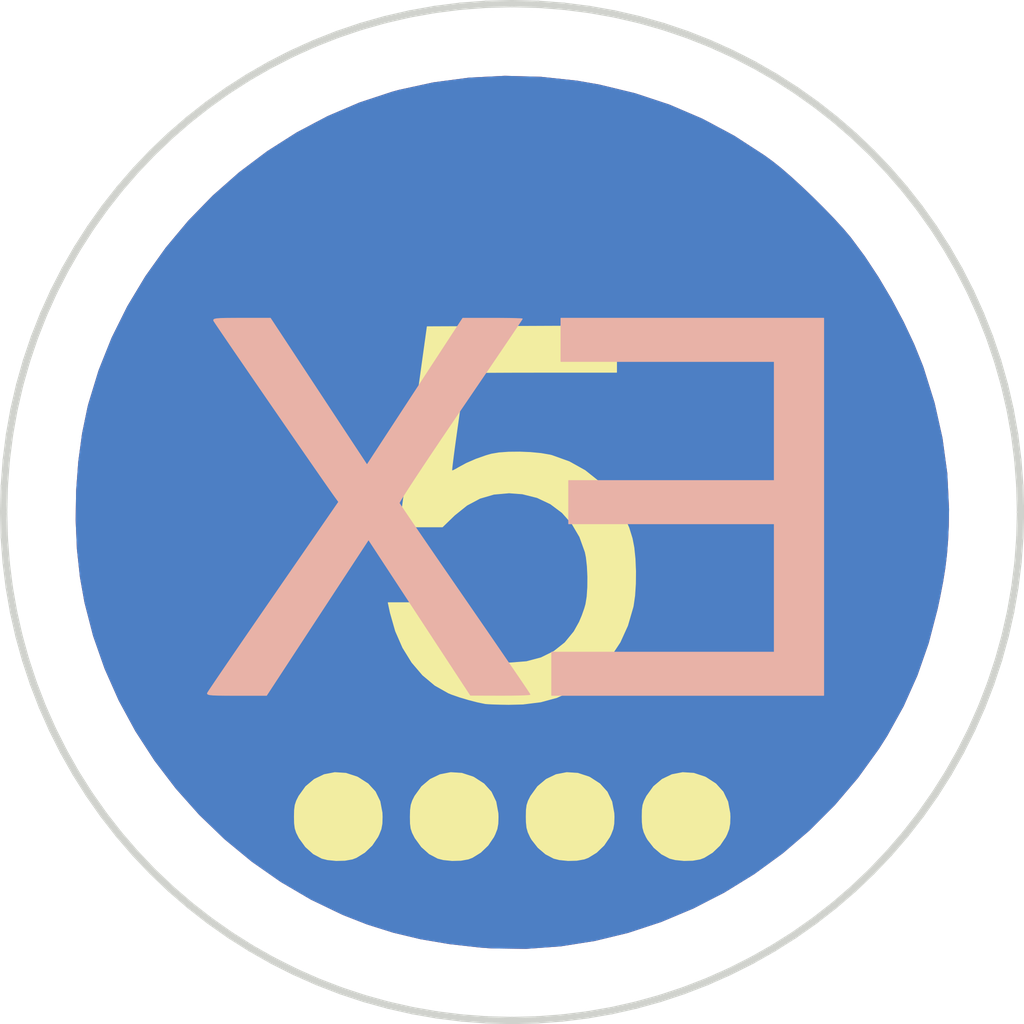
<source format=kicad_pcb>
(kicad_pcb (version 20171130) (host pcbnew 5.1.5+dfsg1-2build2)

  (general
    (thickness 1.6)
    (drawings 130)
    (tracks 0)
    (zones 0)
    (modules 4)
    (nets 1)
  )

  (page A4)
  (layers
    (0 F.Cu signal)
    (31 B.Cu signal)
    (32 B.Adhes user)
    (33 F.Adhes user)
    (34 B.Paste user)
    (35 F.Paste user)
    (36 B.SilkS user)
    (37 F.SilkS user)
    (38 B.Mask user)
    (39 F.Mask user)
    (40 Dwgs.User user)
    (41 Cmts.User user)
    (42 Eco1.User user)
    (43 Eco2.User user)
    (44 Edge.Cuts user)
    (45 Margin user)
    (46 B.CrtYd user)
    (47 F.CrtYd user)
    (48 B.Fab user)
    (49 F.Fab user)
  )

  (setup
    (last_trace_width 0.25)
    (trace_clearance 0.2)
    (zone_clearance 0.508)
    (zone_45_only no)
    (trace_min 0.2)
    (via_size 0.6)
    (via_drill 0.4)
    (via_min_size 0.4)
    (via_min_drill 0.3)
    (uvia_size 0.3)
    (uvia_drill 0.1)
    (uvias_allowed no)
    (uvia_min_size 0.2)
    (uvia_min_drill 0.1)
    (edge_width 0.15)
    (segment_width 0.2)
    (pcb_text_width 0.3)
    (pcb_text_size 1.5 1.5)
    (mod_edge_width 0.15)
    (mod_text_size 1 1)
    (mod_text_width 0.15)
    (pad_size 1.524 1.524)
    (pad_drill 0.762)
    (pad_to_mask_clearance 0.2)
    (aux_axis_origin 0 0)
    (visible_elements FFFFFF7F)
    (pcbplotparams
      (layerselection 0x010f0_ffffffff)
      (usegerberextensions false)
      (usegerberattributes false)
      (usegerberadvancedattributes false)
      (creategerberjobfile false)
      (excludeedgelayer true)
      (linewidth 0.100000)
      (plotframeref false)
      (viasonmask false)
      (mode 1)
      (useauxorigin false)
      (hpglpennumber 1)
      (hpglpenspeed 20)
      (hpglpendiameter 15.000000)
      (psnegative false)
      (psa4output false)
      (plotreference true)
      (plotvalue true)
      (plotinvisibletext false)
      (padsonsilk false)
      (subtractmaskfromsilk false)
      (outputformat 1)
      (mirror false)
      (drillshape 0)
      (scaleselection 1)
      (outputdirectory "gerbers/"))
  )

  (net 0 "")

  (net_class Default "This is the default net class."
    (clearance 0.2)
    (trace_width 0.25)
    (via_dia 0.6)
    (via_drill 0.4)
    (uvia_dia 0.3)
    (uvia_drill 0.1)
  )

  (module LOGO (layer F.Cu) (tedit 0) (tstamp 0)
    (at 0 0)
    (fp_text reference G*** (at 0 0) (layer F.SilkS) hide
      (effects (font (size 1.524 1.524) (thickness 0.3)))
    )
    (fp_text value LOGO (at 0.75 0) (layer F.SilkS) hide
      (effects (font (size 1.524 1.524) (thickness 0.3)))
    )
    (fp_poly (pts (xy -0.653666 -7.004494) (xy -0.162131 -6.951857) (xy 0.140773 -6.899218) (xy 0.632356 -6.7803)
      (xy 1.103543 -6.624376) (xy 1.555081 -6.431115) (xy 1.987714 -6.200188) (xy 2.402189 -5.931265)
      (xy 2.517121 -5.847596) (xy 2.632039 -5.756094) (xy 2.766843 -5.639358) (xy 2.91418 -5.504559)
      (xy 3.066697 -5.35887) (xy 3.217042 -5.209461) (xy 3.357863 -5.063506) (xy 3.481806 -4.928175)
      (xy 3.581519 -4.810642) (xy 3.586157 -4.804833) (xy 3.775778 -4.549418) (xy 3.963274 -4.26484)
      (xy 4.142561 -3.96199) (xy 4.307555 -3.65176) (xy 4.45217 -3.345041) (xy 4.570323 -3.052724)
      (xy 4.580125 -3.025609) (xy 4.730615 -2.544491) (xy 4.838822 -2.061537) (xy 4.904741 -1.576771)
      (xy 4.928369 -1.090217) (xy 4.924731 -0.85725) (xy 4.914848 -0.654055) (xy 4.89975 -0.467549)
      (xy 4.8778 -0.285602) (xy 4.847362 -0.096088) (xy 4.806797 0.113122) (xy 4.771477 0.277882)
      (xy 4.649815 0.744356) (xy 4.495622 1.186067) (xy 4.307054 1.607414) (xy 4.082268 2.012792)
      (xy 3.971125 2.187669) (xy 3.683055 2.587251) (xy 3.365904 2.959808) (xy 3.022156 3.3041)
      (xy 2.654298 3.618885) (xy 2.264815 3.902924) (xy 1.856194 4.154977) (xy 1.43092 4.373801)
      (xy 0.991479 4.558158) (xy 0.540358 4.706807) (xy 0.080041 4.818506) (xy -0.386985 4.892017)
      (xy -0.858235 4.926097) (xy -1.331223 4.919508) (xy -1.481666 4.908682) (xy -1.907703 4.861149)
      (xy -2.303099 4.79385) (xy -2.675558 4.704961) (xy -3.032785 4.592656) (xy -3.364929 4.462672)
      (xy -3.800305 4.253803) (xy -4.216549 4.009815) (xy -4.611722 3.733205) (xy -4.983884 3.426467)
      (xy -5.331093 3.092095) (xy -5.65141 2.732584) (xy -5.942893 2.350428) (xy -6.203602 1.948123)
      (xy -6.431597 1.528164) (xy -6.624937 1.093044) (xy -6.781682 0.645258) (xy -6.899891 0.187301)
      (xy -6.962158 -0.161807) (xy -7.003273 -0.542992) (xy -7.020364 -0.940226) (xy -7.013929 -1.343269)
      (xy -6.984464 -1.741884) (xy -6.932467 -2.12583) (xy -6.858435 -2.48487) (xy -6.847158 -2.529416)
      (xy -6.706761 -2.989062) (xy -6.52836 -3.435037) (xy -6.314157 -3.865115) (xy -6.066356 -4.277068)
      (xy -5.787161 -4.668668) (xy -5.478776 -5.037688) (xy -5.143404 -5.3819) (xy -4.78325 -5.699076)
      (xy -4.400517 -5.986988) (xy -3.997409 -6.24341) (xy -3.576129 -6.466113) (xy -3.138882 -6.652869)
      (xy -2.687871 -6.801451) (xy -2.596289 -6.82637) (xy -2.124388 -6.92893) (xy -1.639908 -6.992895)
      (xy -1.147963 -7.018128) (xy -0.653666 -7.004494)) (layer B.Cu) (width 0.01))
  )

  (module LOGO (layer F.Cu) (tedit 0) (tstamp 0)
    (at 0 0)
    (fp_text reference G*** (at 0 0) (layer F.SilkS) hide
      (effects (font (size 1.524 1.524) (thickness 0.3)))
    )
    (fp_text value LOGO (at 0.75 0) (layer F.SilkS) hide
      (effects (font (size 1.524 1.524) (thickness 0.3)))
    )
    (fp_poly (pts (xy -3.881803 -2.979208) (xy -3.769704 -2.808904) (xy -3.657291 -2.638166) (xy -3.548422 -2.472849)
      (xy -3.446952 -2.318808) (xy -3.356738 -2.181898) (xy -3.281638 -2.067975) (xy -3.225508 -1.982891)
      (xy -3.22047 -1.975261) (xy -3.036258 -1.696272) (xy -2.380671 -2.699967) (xy -1.725083 -3.703662)
      (xy -1.317625 -3.703914) (xy -1.191524 -3.703534) (xy -1.081289 -3.702326) (xy -0.993379 -3.700434)
      (xy -0.934253 -3.698) (xy -0.910368 -3.695168) (xy -0.910166 -3.694875) (xy -0.921789 -3.676298)
      (xy -0.955391 -3.625566) (xy -1.009077 -3.545482) (xy -1.080949 -3.438849) (xy -1.16911 -3.308469)
      (xy -1.271664 -3.157144) (xy -1.386713 -2.987679) (xy -1.512361 -2.802874) (xy -1.64671 -2.605532)
      (xy -1.757771 -2.442584) (xy -1.8976 -2.236953) (xy -2.029951 -2.041207) (xy -2.152944 -1.858193)
      (xy -2.264703 -1.690758) (xy -2.363351 -1.541749) (xy -2.447009 -1.414012) (xy -2.513799 -1.310396)
      (xy -2.561846 -1.233746) (xy -2.58927 -1.186909) (xy -2.595131 -1.172887) (xy -2.581718 -1.151526)
      (xy -2.546135 -1.098124) (xy -2.490285 -1.015466) (xy -2.41607 -0.906333) (xy -2.325393 -0.773508)
      (xy -2.220156 -0.619775) (xy -2.102261 -0.447915) (xy -1.973612 -0.260713) (xy -1.83611 -0.06095)
      (xy -1.69461 0.144313) (xy -1.550586 0.353251) (xy -1.413787 0.552038) (xy -1.286086 0.737931)
      (xy -1.169357 0.908185) (xy -1.065473 1.060057) (xy -0.97631 1.190805) (xy -0.90374 1.297683)
      (xy -0.849638 1.37795) (xy -0.815878 1.428861) (xy -0.804333 1.447658) (xy -0.824422 1.451581)
      (xy -0.880385 1.454914) (xy -0.965762 1.457468) (xy -1.074095 1.459056) (xy -1.198925 1.459492)
      (xy -1.211791 1.459466) (xy -1.61925 1.458432) (xy -2.317326 0.393258) (xy -3.015403 -0.671916)
      (xy -3.280695 -0.267166) (xy -3.357757 -0.149561) (xy -3.452895 -0.004318) (xy -3.561008 0.160773)
      (xy -3.676997 0.337925) (xy -3.795763 0.519349) (xy -3.912204 0.697255) (xy -3.978813 0.799042)
      (xy -4.41164 1.4605) (xy -4.822168 1.4605) (xy -4.964681 1.460147) (xy -5.069988 1.458812)
      (xy -5.143212 1.456084) (xy -5.189477 1.451551) (xy -5.213907 1.444802) (xy -5.221624 1.435425)
      (xy -5.220417 1.428503) (xy -5.206664 1.406274) (xy -5.170735 1.352024) (xy -5.114537 1.268548)
      (xy -5.039978 1.158639) (xy -4.948966 1.025093) (xy -4.843407 0.870703) (xy -4.72521 0.698263)
      (xy -4.596281 0.510568) (xy -4.45853 0.310412) (xy -4.315997 0.103682) (xy -3.423854 -1.189142)
      (xy -3.465009 -1.245446) (xy -3.498038 -1.291618) (xy -3.550638 -1.366402) (xy -3.620429 -1.466342)
      (xy -3.705031 -1.587982) (xy -3.802064 -1.727866) (xy -3.909147 -1.882539) (xy -4.023902 -2.048545)
      (xy -4.143948 -2.222428) (xy -4.266906 -2.400733) (xy -4.390394 -2.580004) (xy -4.512034 -2.756785)
      (xy -4.629446 -2.927621) (xy -4.740249 -3.089057) (xy -4.842063 -3.237635) (xy -4.932509 -3.369902)
      (xy -5.009207 -3.482401) (xy -5.069777 -3.571676) (xy -5.111838 -3.634272) (xy -5.133011 -3.666733)
      (xy -5.135048 -3.670338) (xy -5.135874 -3.682246) (xy -5.124353 -3.691011) (xy -5.095182 -3.697103)
      (xy -5.043058 -3.700992) (xy -4.962678 -3.703148) (xy -4.848741 -3.704041) (xy -4.753476 -3.704166)
      (xy -4.358923 -3.704166) (xy -3.881803 -2.979208)) (layer B.SilkS) (width 0.01))
    (fp_poly (pts (xy 3.217334 1.4605) (xy -0.508 1.4605) (xy -0.508 0.867834) (xy 2.54 0.867834)
      (xy 2.54 -0.889) (xy -0.275166 -0.889) (xy -0.275166 -1.481666) (xy 2.54 -1.481666)
      (xy 2.54 -3.1115) (xy -0.381 -3.1115) (xy -0.381 -3.704166) (xy 3.217334 -3.704166)
      (xy 3.217334 1.4605)) (layer B.SilkS) (width 0.01))
  )

  (module LOGO (layer F.Cu) (tedit 0) (tstamp 0)
    (at 0 0)
    (fp_text reference G*** (at 0 0) (layer F.SilkS) hide
      (effects (font (size 1.524 1.524) (thickness 0.3)))
    )
    (fp_text value LOGO (at 0.75 0) (layer F.SilkS) hide
      (effects (font (size 1.524 1.524) (thickness 0.3)))
    )
    (fp_poly (pts (xy -0.653666 -7.004494) (xy -0.162131 -6.951857) (xy 0.140773 -6.899218) (xy 0.632356 -6.7803)
      (xy 1.103543 -6.624376) (xy 1.555081 -6.431115) (xy 1.987714 -6.200188) (xy 2.402189 -5.931265)
      (xy 2.517121 -5.847596) (xy 2.632039 -5.756094) (xy 2.766843 -5.639358) (xy 2.91418 -5.504559)
      (xy 3.066697 -5.35887) (xy 3.217042 -5.209461) (xy 3.357863 -5.063506) (xy 3.481806 -4.928175)
      (xy 3.581519 -4.810642) (xy 3.586157 -4.804833) (xy 3.775778 -4.549418) (xy 3.963274 -4.26484)
      (xy 4.142561 -3.96199) (xy 4.307555 -3.65176) (xy 4.45217 -3.345041) (xy 4.570323 -3.052724)
      (xy 4.580125 -3.025609) (xy 4.730615 -2.544491) (xy 4.838822 -2.061537) (xy 4.904741 -1.576771)
      (xy 4.928369 -1.090217) (xy 4.924731 -0.85725) (xy 4.914848 -0.654055) (xy 4.89975 -0.467549)
      (xy 4.8778 -0.285602) (xy 4.847362 -0.096088) (xy 4.806797 0.113122) (xy 4.771477 0.277882)
      (xy 4.649815 0.744356) (xy 4.495622 1.186067) (xy 4.307054 1.607414) (xy 4.082268 2.012792)
      (xy 3.971125 2.187669) (xy 3.683055 2.587251) (xy 3.365904 2.959808) (xy 3.022156 3.3041)
      (xy 2.654298 3.618885) (xy 2.264815 3.902924) (xy 1.856194 4.154977) (xy 1.43092 4.373801)
      (xy 0.991479 4.558158) (xy 0.540358 4.706807) (xy 0.080041 4.818506) (xy -0.386985 4.892017)
      (xy -0.858235 4.926097) (xy -1.331223 4.919508) (xy -1.481666 4.908682) (xy -1.907703 4.861149)
      (xy -2.303099 4.79385) (xy -2.675558 4.704961) (xy -3.032785 4.592656) (xy -3.364929 4.462672)
      (xy -3.800305 4.253803) (xy -4.216549 4.009815) (xy -4.611722 3.733205) (xy -4.983884 3.426467)
      (xy -5.331093 3.092095) (xy -5.65141 2.732584) (xy -5.942893 2.350428) (xy -6.203602 1.948123)
      (xy -6.431597 1.528164) (xy -6.624937 1.093044) (xy -6.781682 0.645258) (xy -6.899891 0.187301)
      (xy -6.962158 -0.161807) (xy -7.003273 -0.542992) (xy -7.020364 -0.940226) (xy -7.013929 -1.343269)
      (xy -6.984464 -1.741884) (xy -6.932467 -2.12583) (xy -6.858435 -2.48487) (xy -6.847158 -2.529416)
      (xy -6.706761 -2.989062) (xy -6.52836 -3.435037) (xy -6.314157 -3.865115) (xy -6.066356 -4.277068)
      (xy -5.787161 -4.668668) (xy -5.478776 -5.037688) (xy -5.143404 -5.3819) (xy -4.78325 -5.699076)
      (xy -4.400517 -5.986988) (xy -3.997409 -6.24341) (xy -3.576129 -6.466113) (xy -3.138882 -6.652869)
      (xy -2.687871 -6.801451) (xy -2.596289 -6.82637) (xy -2.124388 -6.92893) (xy -1.639908 -6.992895)
      (xy -1.147963 -7.018128) (xy -0.653666 -7.004494)) (layer F.Cu) (width 0.01))
  )

  (module LOGO (layer F.Cu) (tedit 0) (tstamp 0)
    (at 0 0)
    (fp_text reference G*** (at 0 0) (layer F.SilkS) hide
      (effects (font (size 1.524 1.524) (thickness 0.3)))
    )
    (fp_text value LOGO (at 0.75 0) (layer F.SilkS) hide
      (effects (font (size 1.524 1.524) (thickness 0.3)))
    )
    (fp_poly (pts (xy -3.325321 2.526503) (xy -3.173849 2.575925) (xy -3.158062 2.583562) (xy -3.022388 2.67077)
      (xy -2.923003 2.779296) (xy -2.859076 2.910503) (xy -2.829775 3.06575) (xy -2.827551 3.12473)
      (xy -2.830608 3.217958) (xy -2.843909 3.290315) (xy -2.872274 3.362915) (xy -2.890214 3.399292)
      (xy -2.967086 3.513036) (xy -3.068495 3.610196) (xy -3.182595 3.680473) (xy -3.237688 3.701423)
      (xy -3.339494 3.719338) (xy -3.459631 3.722108) (xy -3.577119 3.710255) (xy -3.653677 3.691104)
      (xy -3.770308 3.629387) (xy -3.876919 3.534065) (xy -3.963902 3.413859) (xy -3.968949 3.404845)
      (xy -4.001755 3.33941) (xy -4.020644 3.281159) (xy -4.029274 3.213515) (xy -4.0313 3.122084)
      (xy -4.029181 3.029134) (xy -4.020385 2.961833) (xy -4.001258 2.903601) (xy -3.968949 2.839322)
      (xy -3.874809 2.708227) (xy -3.75755 2.60956) (xy -3.622998 2.545159) (xy -3.476979 2.516861)
      (xy -3.325321 2.526503)) (layer F.SilkS) (width 0.01))
    (fp_poly (pts (xy -1.738027 2.526482) (xy -1.586536 2.57584) (xy -1.570492 2.583597) (xy -1.4353 2.671373)
      (xy -1.335695 2.781977) (xy -1.271452 2.915773) (xy -1.242351 3.073124) (xy -1.240441 3.12473)
      (xy -1.243183 3.21748) (xy -1.256069 3.289234) (xy -1.283858 3.360984) (xy -1.302714 3.399292)
      (xy -1.379586 3.513036) (xy -1.480995 3.610196) (xy -1.595095 3.680473) (xy -1.650188 3.701423)
      (xy -1.751994 3.719338) (xy -1.872131 3.722108) (xy -1.989619 3.710255) (xy -2.066177 3.691104)
      (xy -2.182699 3.629451) (xy -2.289453 3.534122) (xy -2.37689 3.413772) (xy -2.381924 3.404845)
      (xy -2.414797 3.340034) (xy -2.433712 3.282893) (xy -2.442286 3.216976) (xy -2.444137 3.125838)
      (xy -2.444124 3.122084) (xy -2.441587 3.028628) (xy -2.43233 2.960721) (xy -2.412648 2.901685)
      (xy -2.381299 2.839322) (xy -2.287349 2.708281) (xy -2.170203 2.609633) (xy -2.035705 2.545222)
      (xy -1.889698 2.516891) (xy -1.738027 2.526482)) (layer F.SilkS) (width 0.01))
    (fp_poly (pts (xy -0.149454 2.526648) (xy 0.00208 2.576362) (xy 0.017008 2.583597) (xy 0.1522 2.671373)
      (xy 0.251805 2.781977) (xy 0.316048 2.915773) (xy 0.345149 3.073124) (xy 0.347059 3.12473)
      (xy 0.344317 3.21748) (xy 0.331431 3.289234) (xy 0.303642 3.360984) (xy 0.284786 3.399292)
      (xy 0.207914 3.513036) (xy 0.106505 3.610196) (xy -0.007595 3.680473) (xy -0.062688 3.701423)
      (xy -0.164494 3.719338) (xy -0.284631 3.722108) (xy -0.402119 3.710255) (xy -0.478677 3.691104)
      (xy -0.589995 3.632756) (xy -0.694375 3.543711) (xy -0.779384 3.435245) (xy -0.799479 3.400168)
      (xy -0.83019 3.334034) (xy -0.847679 3.27141) (xy -0.855396 3.195575) (xy -0.856841 3.122084)
      (xy -0.855019 3.029665) (xy -0.846593 2.963003) (xy -0.827927 2.905626) (xy -0.795386 2.84106)
      (xy -0.794424 2.839322) (xy -0.699649 2.708004) (xy -0.582007 2.609263) (xy -0.447255 2.544913)
      (xy -0.301151 2.51677) (xy -0.149454 2.526648)) (layer F.SilkS) (width 0.01))
    (fp_poly (pts (xy 1.438046 2.526648) (xy 1.58958 2.576362) (xy 1.604508 2.583597) (xy 1.7397 2.671373)
      (xy 1.839305 2.781977) (xy 1.903548 2.915773) (xy 1.932649 3.073124) (xy 1.934559 3.12473)
      (xy 1.931817 3.21748) (xy 1.918931 3.289234) (xy 1.891142 3.360984) (xy 1.872286 3.399292)
      (xy 1.795414 3.513036) (xy 1.694005 3.610196) (xy 1.579905 3.680473) (xy 1.524812 3.701423)
      (xy 1.423006 3.719338) (xy 1.302869 3.722108) (xy 1.185381 3.710255) (xy 1.108823 3.691104)
      (xy 0.997505 3.632756) (xy 0.893125 3.543711) (xy 0.808116 3.435245) (xy 0.788021 3.400168)
      (xy 0.75731 3.334034) (xy 0.739821 3.27141) (xy 0.732104 3.195575) (xy 0.730659 3.122084)
      (xy 0.732481 3.029665) (xy 0.740907 2.963003) (xy 0.759573 2.905626) (xy 0.792114 2.84106)
      (xy 0.793076 2.839322) (xy 0.887851 2.708004) (xy 1.005493 2.609263) (xy 1.140245 2.544913)
      (xy 1.286349 2.51677) (xy 1.438046 2.526648)) (layer F.SilkS) (width 0.01))
    (fp_poly (pts (xy 0.381 -2.963333) (xy -0.656166 -2.963333) (xy -0.861199 -2.963192) (xy -1.052775 -2.962786)
      (xy -1.226847 -2.962145) (xy -1.379367 -2.961295) (xy -1.506287 -2.960265) (xy -1.603557 -2.959082)
      (xy -1.667131 -2.957775) (xy -1.692959 -2.956371) (xy -1.693333 -2.956179) (xy -1.69623 -2.934263)
      (xy -1.704443 -2.875504) (xy -1.717251 -2.784958) (xy -1.733938 -2.667685) (xy -1.753783 -2.528741)
      (xy -1.776067 -2.373183) (xy -1.788596 -2.285913) (xy -1.81162 -2.123565) (xy -1.832104 -1.975076)
      (xy -1.849395 -1.845514) (xy -1.862838 -1.739949) (xy -1.87178 -1.663449) (xy -1.875566 -1.621084)
      (xy -1.875262 -1.614207) (xy -1.854081 -1.619368) (xy -1.809947 -1.642181) (xy -1.78194 -1.659096)
      (xy -1.674911 -1.717144) (xy -1.543447 -1.774155) (xy -1.404998 -1.822965) (xy -1.331983 -1.843775)
      (xy -1.228031 -1.861422) (xy -1.095318 -1.870774) (xy -0.946533 -1.872124) (xy -0.79437 -1.865766)
      (xy -0.651518 -1.851991) (xy -0.530669 -1.831094) (xy -0.504962 -1.824678) (xy -0.266796 -1.739058)
      (xy -0.050266 -1.618252) (xy 0.142141 -1.464832) (xy 0.307939 -1.281364) (xy 0.444642 -1.07042)
      (xy 0.549762 -0.834568) (xy 0.595139 -0.687916) (xy 0.619178 -0.56218) (xy 0.6348 -0.408006)
      (xy 0.641855 -0.238477) (xy 0.640189 -0.066674) (xy 0.629652 0.09432) (xy 0.610092 0.231425)
      (xy 0.606015 0.25072) (xy 0.532198 0.504842) (xy 0.429312 0.731438) (xy 0.294068 0.936561)
      (xy 0.138501 1.11125) (xy -0.044949 1.272782) (xy -0.234862 1.398205) (xy -0.436985 1.489721)
      (xy -0.657067 1.549535) (xy -0.900856 1.579848) (xy -1.096759 1.584618) (xy -1.203984 1.582832)
      (xy -1.29991 1.580073) (xy -1.37435 1.57671) (xy -1.417117 1.573113) (xy -1.418166 1.572946)
      (xy -1.521972 1.551536) (xy -1.64326 1.520243) (xy -1.765453 1.483864) (xy -1.871969 1.447193)
      (xy -1.919326 1.427993) (xy -2.105433 1.322979) (xy -2.273718 1.182064) (xy -2.421577 1.008851)
      (xy -2.546404 0.806942) (xy -2.645595 0.57994) (xy -2.716545 0.331448) (xy -2.718402 0.322792)
      (xy -2.746497 0.1905) (xy -2.102201 0.1905) (xy -2.07528 0.280459) (xy -2.012005 0.441276)
      (xy -1.923582 0.594199) (xy -1.816891 0.730221) (xy -1.698815 0.840332) (xy -1.598126 0.905072)
      (xy -1.470904 0.960173) (xy -1.340671 0.994961) (xy -1.193568 1.012357) (xy -1.072649 1.015749)
      (xy -0.852377 0.99812) (xy -0.653342 0.945401) (xy -0.477379 0.85868) (xy -0.326324 0.739044)
      (xy -0.202012 0.58758) (xy -0.12874 0.456549) (xy -0.090986 0.366815) (xy -0.057038 0.270573)
      (xy -0.040161 0.211667) (xy -0.023503 0.108306) (xy -0.014753 -0.022123) (xy -0.013737 -0.165131)
      (xy -0.020283 -0.306231) (xy -0.034218 -0.430936) (xy -0.04866 -0.502172) (xy -0.123449 -0.709802)
      (xy -0.229334 -0.890342) (xy -0.363561 -1.041651) (xy -0.523377 -1.161589) (xy -0.706029 -1.248018)
      (xy -0.908762 -1.298795) (xy -1.091082 -1.312333) (xy -1.298773 -1.294008) (xy -1.490087 -1.238099)
      (xy -1.66837 -1.143207) (xy -1.836974 -1.007932) (xy -1.850538 -0.994942) (xy -2.003455 -0.846666)
      (xy -2.292894 -0.846666) (xy -2.408397 -0.846884) (xy -2.48814 -0.848261) (xy -2.538697 -0.851885)
      (xy -2.566641 -0.858843) (xy -2.578545 -0.870222) (xy -2.580984 -0.88711) (xy -2.580825 -0.894291)
      (xy -2.577708 -0.923185) (xy -2.569235 -0.9903) (xy -2.555904 -1.091932) (xy -2.538217 -1.224377)
      (xy -2.516674 -1.38393) (xy -2.491777 -1.566887) (xy -2.464024 -1.769543) (xy -2.433918 -1.988194)
      (xy -2.401959 -2.219135) (xy -2.395616 -2.264833) (xy -2.211916 -3.58775) (xy -0.915458 -3.593204)
      (xy 0.381 -3.598659) (xy 0.381 -2.963333)) (layer F.SilkS) (width 0.01))
  )

  (gr_line (start 5.9113 -1.0498) (end 5.9028 -0.7046) (layer Edge.Cuts) (width 0.1))
  (gr_line (start 5.9028 -0.7046) (end 5.8774 -0.3618) (layer Edge.Cuts) (width 0.1))
  (gr_line (start 5.8774 -0.3618) (end 5.8351 -0.0219) (layer Edge.Cuts) (width 0.1))
  (gr_line (start 5.8351 -0.0219) (end 5.7764 0.3147) (layer Edge.Cuts) (width 0.1))
  (gr_line (start 5.7764 0.3147) (end 5.7014 0.647) (layer Edge.Cuts) (width 0.1))
  (gr_line (start 5.7014 0.647) (end 5.6105 0.9748) (layer Edge.Cuts) (width 0.1))
  (gr_line (start 5.6105 0.9748) (end 5.5037 1.2974) (layer Edge.Cuts) (width 0.1))
  (gr_line (start 5.5037 1.2974) (end 5.3814 1.6142) (layer Edge.Cuts) (width 0.1))
  (gr_line (start 5.3814 1.6142) (end 5.2439 1.9247) (layer Edge.Cuts) (width 0.1))
  (gr_line (start 5.2439 1.9247) (end 5.0913 2.2282) (layer Edge.Cuts) (width 0.1))
  (gr_line (start 5.0913 2.2282) (end 4.9239 2.5243) (layer Edge.Cuts) (width 0.1))
  (gr_line (start 4.9239 2.5243) (end 4.7418 2.8123) (layer Edge.Cuts) (width 0.1))
  (gr_line (start 4.7418 2.8123) (end 4.5454 3.0918) (layer Edge.Cuts) (width 0.1))
  (gr_line (start 4.5454 3.0918) (end 4.3349 3.362) (layer Edge.Cuts) (width 0.1))
  (gr_line (start 4.3349 3.362) (end 4.1105 3.6225) (layer Edge.Cuts) (width 0.1))
  (gr_line (start 4.1105 3.6225) (end 3.8725 3.8726) (layer Edge.Cuts) (width 0.1))
  (gr_line (start 3.8725 3.8726) (end 3.6223 4.1107) (layer Edge.Cuts) (width 0.1))
  (gr_line (start 3.6223 4.1107) (end 3.3619 4.335) (layer Edge.Cuts) (width 0.1))
  (gr_line (start 3.3619 4.335) (end 3.0916 4.5455) (layer Edge.Cuts) (width 0.1))
  (gr_line (start 3.0916 4.5455) (end 2.8122 4.742) (layer Edge.Cuts) (width 0.1))
  (gr_line (start 2.8122 4.742) (end 2.5241 4.924) (layer Edge.Cuts) (width 0.1))
  (gr_line (start 2.5241 4.924) (end 2.228 5.0915) (layer Edge.Cuts) (width 0.1))
  (gr_line (start 2.228 5.0915) (end 1.9245 5.2441) (layer Edge.Cuts) (width 0.1))
  (gr_line (start 1.9245 5.2441) (end 1.614 5.3816) (layer Edge.Cuts) (width 0.1))
  (gr_line (start 1.614 5.3816) (end 1.2973 5.5039) (layer Edge.Cuts) (width 0.1))
  (gr_line (start 1.2973 5.5039) (end 0.9746 5.6107) (layer Edge.Cuts) (width 0.1))
  (gr_line (start 0.9746 5.6107) (end 0.6469 5.7016) (layer Edge.Cuts) (width 0.1))
  (gr_line (start 0.6469 5.7016) (end 0.3145 5.7766) (layer Edge.Cuts) (width 0.1))
  (gr_line (start 0.3145 5.7766) (end -0.022 5.8353) (layer Edge.Cuts) (width 0.1))
  (gr_line (start -0.022 5.8353) (end -0.362 5.8775) (layer Edge.Cuts) (width 0.1))
  (gr_line (start -0.362 5.8775) (end -0.7047 5.903) (layer Edge.Cuts) (width 0.1))
  (gr_line (start -0.7047 5.903) (end -1.05 5.9115) (layer Edge.Cuts) (width 0.1))
  (gr_line (start -1.05 5.9115) (end -1.3952 5.903) (layer Edge.Cuts) (width 0.1))
  (gr_line (start -1.3952 5.903) (end -1.738 5.8775) (layer Edge.Cuts) (width 0.1))
  (gr_line (start -1.738 5.8775) (end -2.078 5.8353) (layer Edge.Cuts) (width 0.1))
  (gr_line (start -2.078 5.8353) (end -2.4144 5.7766) (layer Edge.Cuts) (width 0.1))
  (gr_line (start -2.4144 5.7766) (end -2.7468 5.7016) (layer Edge.Cuts) (width 0.1))
  (gr_line (start -2.7468 5.7016) (end -3.0746 5.6107) (layer Edge.Cuts) (width 0.1))
  (gr_line (start -3.0746 5.6107) (end -3.3972 5.5039) (layer Edge.Cuts) (width 0.1))
  (gr_line (start -3.3972 5.5039) (end -3.714 5.3816) (layer Edge.Cuts) (width 0.1))
  (gr_line (start -3.714 5.3816) (end -4.0244 5.2441) (layer Edge.Cuts) (width 0.1))
  (gr_line (start -4.0244 5.2441) (end -4.328 5.0915) (layer Edge.Cuts) (width 0.1))
  (gr_line (start -4.328 5.0915) (end -4.6241 4.924) (layer Edge.Cuts) (width 0.1))
  (gr_line (start -4.6241 4.924) (end -4.9122 4.742) (layer Edge.Cuts) (width 0.1))
  (gr_line (start -4.9122 4.742) (end -5.1915 4.5455) (layer Edge.Cuts) (width 0.1))
  (gr_line (start -5.1915 4.5455) (end -5.4618 4.335) (layer Edge.Cuts) (width 0.1))
  (gr_line (start -5.4618 4.335) (end -5.7222 4.1107) (layer Edge.Cuts) (width 0.1))
  (gr_line (start -5.7222 4.1107) (end -5.9724 3.8726) (layer Edge.Cuts) (width 0.1))
  (gr_line (start -5.9724 3.8726) (end -6.2104 3.6225) (layer Edge.Cuts) (width 0.1))
  (gr_line (start -6.2104 3.6225) (end -6.4349 3.362) (layer Edge.Cuts) (width 0.1))
  (gr_line (start -6.4349 3.362) (end -6.6453 3.0918) (layer Edge.Cuts) (width 0.1))
  (gr_line (start -6.6453 3.0918) (end -6.8417 2.8123) (layer Edge.Cuts) (width 0.1))
  (gr_line (start -6.8417 2.8123) (end -7.0238 2.5243) (layer Edge.Cuts) (width 0.1))
  (gr_line (start -7.0238 2.5243) (end -7.1912 2.2282) (layer Edge.Cuts) (width 0.1))
  (gr_line (start -7.1912 2.2282) (end -7.3438 1.9247) (layer Edge.Cuts) (width 0.1))
  (gr_line (start -7.3438 1.9247) (end -7.4814 1.6142) (layer Edge.Cuts) (width 0.1))
  (gr_line (start -7.4814 1.6142) (end -7.6036 1.2974) (layer Edge.Cuts) (width 0.1))
  (gr_line (start -7.6036 1.2974) (end -7.7104 0.9748) (layer Edge.Cuts) (width 0.1))
  (gr_line (start -7.7104 0.9748) (end -7.8014 0.647) (layer Edge.Cuts) (width 0.1))
  (gr_line (start -7.8014 0.647) (end -7.8763 0.3147) (layer Edge.Cuts) (width 0.1))
  (gr_line (start -7.8763 0.3147) (end -7.935 -0.0219) (layer Edge.Cuts) (width 0.1))
  (gr_line (start -7.935 -0.0219) (end -7.9773 -0.3618) (layer Edge.Cuts) (width 0.1))
  (gr_line (start -7.9773 -0.3618) (end -8.0028 -0.7046) (layer Edge.Cuts) (width 0.1))
  (gr_line (start -8.0028 -0.7046) (end -8.0113 -1.0498) (layer Edge.Cuts) (width 0.1))
  (gr_line (start -8.0113 -1.0498) (end -8.0023 -1.408) (layer Edge.Cuts) (width 0.1))
  (gr_line (start -8.0023 -1.408) (end -7.9754 -1.7615) (layer Edge.Cuts) (width 0.1))
  (gr_line (start -7.9754 -1.7615) (end -7.9312 -2.11) (layer Edge.Cuts) (width 0.1))
  (gr_line (start -7.9312 -2.11) (end -7.8699 -2.4527) (layer Edge.Cuts) (width 0.1))
  (gr_line (start -7.8699 -2.4527) (end -7.7922 -2.7895) (layer Edge.Cuts) (width 0.1))
  (gr_line (start -7.7922 -2.7895) (end -7.6984 -3.1199) (layer Edge.Cuts) (width 0.1))
  (gr_line (start -7.6984 -3.1199) (end -7.589 -3.4434) (layer Edge.Cuts) (width 0.1))
  (gr_line (start -7.589 -3.4434) (end -7.4643 -3.7594) (layer Edge.Cuts) (width 0.1))
  (gr_line (start -7.4643 -3.7594) (end -7.3249 -4.0679) (layer Edge.Cuts) (width 0.1))
  (gr_line (start -7.3249 -4.0679) (end -7.1711 -4.368) (layer Edge.Cuts) (width 0.1))
  (gr_line (start -7.1711 -4.368) (end -7.0035 -4.6595) (layer Edge.Cuts) (width 0.1))
  (gr_line (start -7.0035 -4.6595) (end -6.8224 -4.942) (layer Edge.Cuts) (width 0.1))
  (gr_line (start -6.8224 -4.942) (end -6.6284 -5.2149) (layer Edge.Cuts) (width 0.1))
  (gr_line (start -6.6284 -5.2149) (end -6.4217 -5.4779) (layer Edge.Cuts) (width 0.1))
  (gr_line (start -6.4217 -5.4779) (end -6.2029 -5.7305) (layer Edge.Cuts) (width 0.1))
  (gr_line (start -6.2029 -5.7305) (end -5.9724 -5.9722) (layer Edge.Cuts) (width 0.1))
  (gr_line (start -5.9724 -5.9722) (end -5.7306 -6.2027) (layer Edge.Cuts) (width 0.1))
  (gr_line (start -5.7306 -6.2027) (end -5.4781 -6.4215) (layer Edge.Cuts) (width 0.1))
  (gr_line (start -5.4781 -6.4215) (end -5.215 -6.6281) (layer Edge.Cuts) (width 0.1))
  (gr_line (start -5.215 -6.6281) (end -4.9422 -6.8222) (layer Edge.Cuts) (width 0.1))
  (gr_line (start -4.9422 -6.8222) (end -4.6597 -7.0034) (layer Edge.Cuts) (width 0.1))
  (gr_line (start -4.6597 -7.0034) (end -4.3682 -7.1709) (layer Edge.Cuts) (width 0.1))
  (gr_line (start -4.3682 -7.1709) (end -4.068 -7.3247) (layer Edge.Cuts) (width 0.1))
  (gr_line (start -4.068 -7.3247) (end -3.7597 -7.4641) (layer Edge.Cuts) (width 0.1))
  (gr_line (start -3.7597 -7.4641) (end -3.4436 -7.5888) (layer Edge.Cuts) (width 0.1))
  (gr_line (start -3.4436 -7.5888) (end -3.1201 -7.6981) (layer Edge.Cuts) (width 0.1))
  (gr_line (start -3.1201 -7.6981) (end -2.7897 -7.792) (layer Edge.Cuts) (width 0.1))
  (gr_line (start -2.7897 -7.792) (end -2.453 -7.8697) (layer Edge.Cuts) (width 0.1))
  (gr_line (start -2.453 -7.8697) (end -2.1102 -7.9309) (layer Edge.Cuts) (width 0.1))
  (gr_line (start -2.1102 -7.9309) (end -1.7617 -7.9752) (layer Edge.Cuts) (width 0.1))
  (gr_line (start -1.7617 -7.9752) (end -1.4083 -8.0021) (layer Edge.Cuts) (width 0.1))
  (gr_line (start -1.4083 -8.0021) (end -1.05 -8.0111) (layer Edge.Cuts) (width 0.1))
  (gr_line (start -1.05 -8.0111) (end -0.6917 -8.0021) (layer Edge.Cuts) (width 0.1))
  (gr_line (start -0.6917 -8.0021) (end -0.3383 -7.9752) (layer Edge.Cuts) (width 0.1))
  (gr_line (start -0.3383 -7.9752) (end 0.0102 -7.9309) (layer Edge.Cuts) (width 0.1))
  (gr_line (start 0.0102 -7.9309) (end 0.353 -7.8697) (layer Edge.Cuts) (width 0.1))
  (gr_line (start 0.353 -7.8697) (end 0.6898 -7.792) (layer Edge.Cuts) (width 0.1))
  (gr_line (start 0.6898 -7.792) (end 1.0201 -7.6981) (layer Edge.Cuts) (width 0.1))
  (gr_line (start 1.0201 -7.6981) (end 1.3436 -7.5888) (layer Edge.Cuts) (width 0.1))
  (gr_line (start 1.3436 -7.5888) (end 1.6597 -7.4641) (layer Edge.Cuts) (width 0.1))
  (gr_line (start 1.6597 -7.4641) (end 1.968 -7.3247) (layer Edge.Cuts) (width 0.1))
  (gr_line (start 1.968 -7.3247) (end 2.2682 -7.1709) (layer Edge.Cuts) (width 0.1))
  (gr_line (start 2.2682 -7.1709) (end 2.5598 -7.0034) (layer Edge.Cuts) (width 0.1))
  (gr_line (start 2.5598 -7.0034) (end 2.8422 -6.8222) (layer Edge.Cuts) (width 0.1))
  (gr_line (start 2.8422 -6.8222) (end 3.1151 -6.6281) (layer Edge.Cuts) (width 0.1))
  (gr_line (start 3.1151 -6.6281) (end 3.3781 -6.4215) (layer Edge.Cuts) (width 0.1))
  (gr_line (start 3.3781 -6.4215) (end 3.6306 -6.2027) (layer Edge.Cuts) (width 0.1))
  (gr_line (start 3.6306 -6.2027) (end 3.8725 -5.9722) (layer Edge.Cuts) (width 0.1))
  (gr_line (start 3.8725 -5.9722) (end 4.1029 -5.7305) (layer Edge.Cuts) (width 0.1))
  (gr_line (start 4.1029 -5.7305) (end 4.3218 -5.4779) (layer Edge.Cuts) (width 0.1))
  (gr_line (start 4.3218 -5.4779) (end 4.5284 -5.2149) (layer Edge.Cuts) (width 0.1))
  (gr_line (start 4.5284 -5.2149) (end 4.7225 -4.942) (layer Edge.Cuts) (width 0.1))
  (gr_line (start 4.7225 -4.942) (end 4.9035 -4.6595) (layer Edge.Cuts) (width 0.1))
  (gr_line (start 4.9035 -4.6595) (end 5.0712 -4.368) (layer Edge.Cuts) (width 0.1))
  (gr_line (start 5.0712 -4.368) (end 5.2249 -4.0679) (layer Edge.Cuts) (width 0.1))
  (gr_line (start 5.2249 -4.0679) (end 5.3643 -3.7594) (layer Edge.Cuts) (width 0.1))
  (gr_line (start 5.3643 -3.7594) (end 5.489 -3.4434) (layer Edge.Cuts) (width 0.1))
  (gr_line (start 5.489 -3.4434) (end 5.5984 -3.1199) (layer Edge.Cuts) (width 0.1))
  (gr_line (start 5.5984 -3.1199) (end 5.6922 -2.7895) (layer Edge.Cuts) (width 0.1))
  (gr_line (start 5.6922 -2.7895) (end 5.7699 -2.4527) (layer Edge.Cuts) (width 0.1))
  (gr_line (start 5.7699 -2.4527) (end 5.8312 -2.11) (layer Edge.Cuts) (width 0.1))
  (gr_line (start 5.8312 -2.11) (end 5.8754 -1.7615) (layer Edge.Cuts) (width 0.1))
  (gr_line (start 5.8754 -1.7615) (end 5.9023 -1.408) (layer Edge.Cuts) (width 0.1))
  (gr_line (start 5.9023 -1.408) (end 5.9113 -1.0498) (layer Edge.Cuts) (width 0.1))
  (gr_line (start 5.9113 -1.0498) (end 5.9113 -1.0498) (layer Edge.Cuts) (width 0.1))
  (gr_line (start 5.9113 -1.0498) (end 5.9113 -1.0498) (layer Edge.Cuts) (width 0.1))

)

</source>
